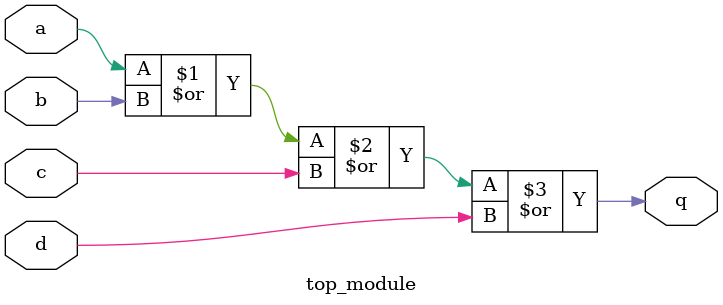
<source format=v>

module top_module (
	input a, 
	input b, 
	input c, 
	input d,
	output q
);

assign q = a | b | c | d;

endmodule

</source>
